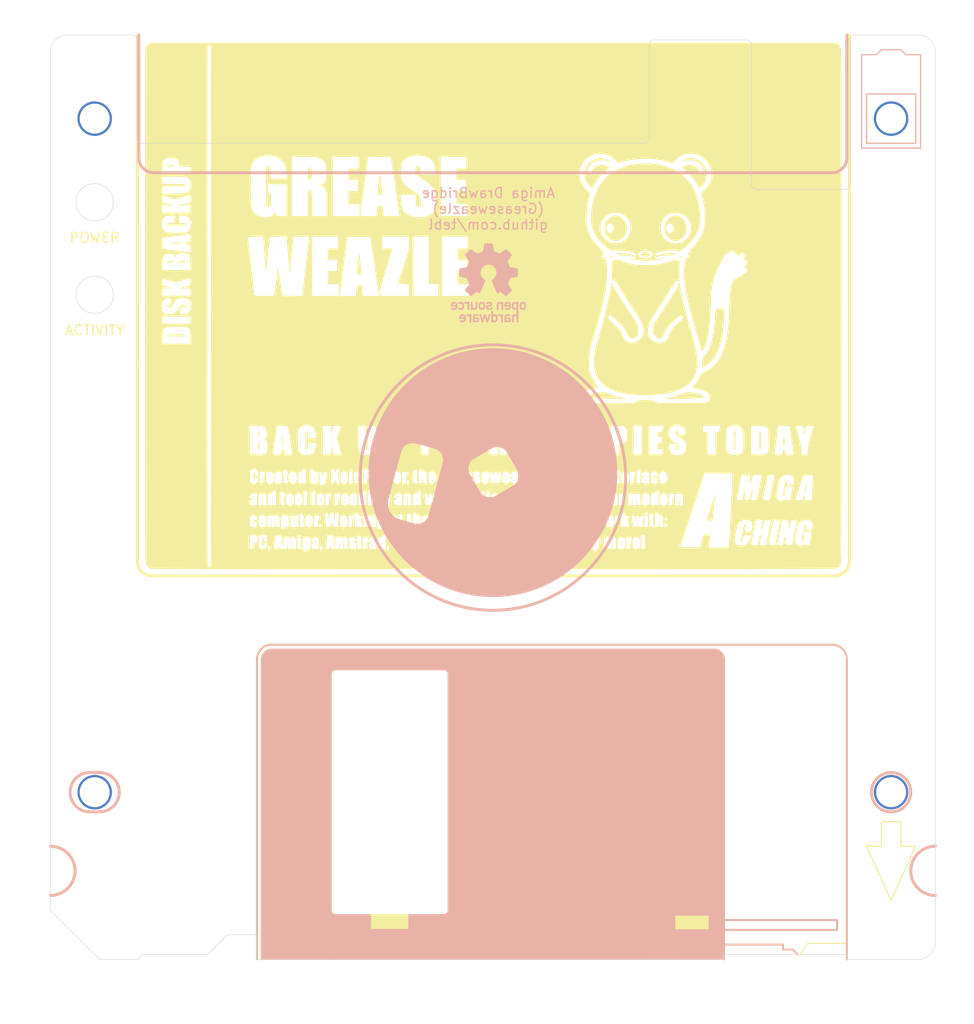
<source format=kicad_pcb>
(kicad_pcb (version 20171130) (host pcbnew "(5.1.8)-1")
  (layers (0 F.Cu signal) (31 B.Cu signal) (34 B.Paste user) (35 F.Paste user) (36 B.SilkS user) (37 F.SilkS user) (38 B.Mask user) (39 F.Mask user) (44 Edge.Cuts user))
  (net 0 "")
  (net 1 GND)
  (module artwork:greaseweazle_label_cropped (layer F.Cu) (at 153.035 82.55)
    (fp_text reference G*** hide)
    (fp_text value LOGO hide)
  )
  (module Symbol:OSHW-Logo_7.5x8mm_SilkScreen (layer B.Cu) (at 152.562 80.2 180)
    (fp_text reference REF** hide)
    (fp_text value OSHW-Logo_7.5x8mm_SilkScreen hide)
  )
  (module mounting:M3_pin (layer F.Cu) (at 112.5 132)
    (fp_text reference M1 hide)
    (fp_text value Mounting hide)
    (pad 1 thru_hole circle (at 0 0) (size 3.5 3.5) (drill 3.048) (layers *.Cu *.Mask))
  )
  (module mounting:M3_pin (layer F.Cu) (at 193.5 132)
    (fp_text reference M2 hide)
    (fp_text value Mounting hide)
    (pad 1 thru_hole circle (at 0 0) (size 3.5 3.5) (drill 3.048) (layers *.Cu *.Mask))
  )
  (module mounting:M3_pin (layer F.Cu) (at 193.5 63.5)
    (fp_text reference M3 hide)
    (fp_text value Mounting hide)
    (pad 1 thru_hole circle (at 0 0) (size 3.5 3.5) (drill 3.048) (layers *.Cu *.Mask))
  )
  (module mounting:M3_pin (layer F.Cu) (at 112.5 63.5)
    (fp_text reference M4 hide)
    (fp_text value Mounting hide)
    (pad 1 thru_hole circle (at 0 0) (size 3.5 3.5) (drill 3.048) (layers *.Cu *.Mask))
  )
  (gr_text 1 (at 171.45 59.69) (layer F.SilkS) (effects (font (size 1 1))))
  (gr_line (start 170.265 60.2) (end 170.265 59.2) (layer F.SilkS) (width 0.12))
  (gr_line (start 169.365 59.7) (end 170.265 60.2) (layer F.SilkS) (width 0.12))
  (gr_line (start 169.365 59.7) (end 170.265 59.2) (layer F.SilkS) (width 0.12))
  (gr_line (start 188.8 70.7) (end 179.8 70.7) (layer Edge.Cuts) (width 0.05))
  (gr_line (start 189.3 55.5) (end 189.3 70.2) (layer Edge.Cuts) (width 0.05))
  (gr_arc (start 188.8 70.2) (end 188.8 70.7) (angle -90) (layer Edge.Cuts) (width 0.05))
  (gr_line (start 179.3 70.2) (end 179.3 56) (layer Edge.Cuts) (width 0.05))
  (gr_arc (start 179.8 70.2) (end 179.3 70.2) (angle -90) (layer Edge.Cuts) (width 0.05))
  (gr_arc (start 178.8 56) (end 179.3 56) (angle -90) (layer Edge.Cuts) (width 0.05))
  (gr_arc (start 169.4 56) (end 169.4 55.5) (angle -90) (layer Edge.Cuts) (width 0.05))
  (gr_line (start 168.9 56) (end 168.9 65.5) (layer Edge.Cuts) (width 0.05))
  (gr_line (start 178.8 55.5) (end 169.4 55.5) (layer Edge.Cuts) (width 0.05))
  (gr_arc (start 168.4 65.5) (end 168.4 66) (angle -90) (layer Edge.Cuts) (width 0.05))
  (gr_arc (start 117.3 65.5) (end 116.8 65.5) (angle -90) (layer Edge.Cuts) (width 0.05))
  (gr_line (start 117.3 66) (end 168.4 66) (layer Edge.Cuts) (width 0.05))
  (gr_circle (center 112.5 81.407) (end 114.4 81.407) (layer Edge.Cuts) (width 0.05))
  (gr_circle (center 112.5 72.009) (end 114.4 72.009) (layer Edge.Cuts) (width 0.05))
  (gr_arc (start 196.3 147.3) (end 196.3 149) (angle -90) (layer Edge.Cuts) (width 0.05))
  (gr_arc (start 196.3 56.7) (end 198 56.7) (angle -90) (layer Edge.Cuts) (width 0.05))
  (gr_text ACTIVITY (at 112.5 85.007) (layer F.SilkS) (effects (font (size 1 1))))
  (gr_text POWER (at 112.5 75.609) (layer F.SilkS) (effects (font (size 1 1))))
  (gr_text "Amiga DrawBridge\n(Greaseweazle)\ngithub.com/tebl" (at 152.527 72.668) (layer B.SilkS) (effects (font (size 1 1)) (justify mirror)))
  (gr_line (start 116.84 88.265) (end 116.84 108.5) (layer F.SilkS) (width 0.3))
  (gr_line (start 196 61) (end 191 61) (layer F.SilkS) (width 0.12))
  (gr_line (start 191 61) (end 191 66) (layer B.SilkS) (width 0.12))
  (gr_line (start 196 61) (end 191 61) (layer B.SilkS) (width 0.12))
  (gr_line (start 196 66) (end 196 61) (layer B.SilkS) (width 0.12))
  (gr_line (start 191 66) (end 191 61) (layer F.SilkS) (width 0.12))
  (gr_line (start 191 66) (end 196 66) (layer B.SilkS) (width 0.12))
  (gr_line (start 196 61) (end 196 66) (layer F.SilkS) (width 0.12))
  (gr_line (start 196 66) (end 191 66) (layer F.SilkS) (width 0.12))
  (gr_poly (pts (xy 155.7 87.3) (xy 157.8 87.9) (xy 159.5 88.8) (xy 161.3 90.1) (xy 162.4 91.3) (xy 163.1 92.1) (xy 163.8 93.2) (xy 164.2 94) (xy 147.1 88.5) (xy 148.4 87.9) (xy 150.3 87.3) (xy 152 87) (xy 153.6 87)) (layer B.SilkS) (width 0.1))
  (gr_poly (pts (xy 150.5 98.7) (xy 150.4 99.1) (xy 150.5 99.4) (xy 150.615185 99.711237) (xy 150.8 100) (xy 147.6 100) (xy 147.953637 98.530233) (xy 148 98.2) (xy 150.8 98.2)) (layer B.SilkS) (width 0.1))
  (gr_poly (pts (xy 164.2 94) (xy 165.1 96.3) (xy 165.5 98.9) (xy 165.3 101.7) (xy 164.8 103.7) (xy 146.530132 103.842824) (xy 146.7 103.2) (xy 147.2 101.4) (xy 147.6 100) (xy 150.8 100) (xy 151.615185 101.443288) (xy 151.9 101.8) (xy 152.3 102) (xy 152.8 102.1) (xy 153.1 102) (xy 153.5 101.8) (xy 155.2 100.8) (xy 155.4 100.6) (xy 155.6 100.3) (xy 155.7 99.8) (xy 155.6 99.4) (xy 155.3 98.8) (xy 154.4 97.3) (xy 154.1 97) (xy 153.5 96.8) (xy 153 96.9) (xy 150.8 98.2) (xy 148 98.2) (xy 147.9 97.7) (xy 147.8 97.5) (xy 147.5 97.2) (xy 147.069753 96.999301) (xy 147.1 88.5)) (layer B.SilkS) (width 0.1))
  (gr_poly (pts (xy 143.2 98.9) (xy 142.312875 102.195177) (xy 142.2 102.7) (xy 142.5 103.6) (xy 142.8 103.9) (xy 143.2 104.2) (xy 143.8 104.4) (xy 144.9 104.7) (xy 145.3 104.8) (xy 145.8 104.7) (xy 146.1 104.5) (xy 146.4 104.2) (xy 146.530132 103.842824) (xy 164.8 103.7) (xy 163.8 105.7) (xy 162.6 107.5) (xy 161.4 108.7) (xy 160 109.9) (xy 158.5 110.7) (xy 157.4 111.2) (xy 155.7 111.7) (xy 154.4 111.9) (xy 152.8 112) (xy 151.2 111.9) (xy 149.7 111.6) (xy 148.1 111) (xy 146.7 110.3) (xy 145.1 109.2) (xy 143.7 107.9) (xy 142.7 106.6) (xy 141.8 105.1) (xy 141.2 103.6) (xy 140.7 102) (xy 140.5 100.6) (xy 140.5 98.9) (xy 140.7 97.4) (xy 143.6 97.4)) (layer B.SilkS) (width 0.1))
  (gr_poly (pts (xy 147.069753 96.999301) (xy 145.3 96.5) (xy 144.8 96.4) (xy 144.2 96.6) (xy 143.8 96.9) (xy 143.60697 97.365549) (xy 143.6 97.4) (xy 140.7 97.4) (xy 141.2 95.4) (xy 141.9 93.8) (xy 142.9 92.2) (xy 143.6 91.3) (xy 145.8 89.3) (xy 147.1 88.5)) (layer B.SilkS) (width 0.1))
  (gr_poly (pts (xy 176 117.6) (xy 176.4 118) (xy 176.5 118.5) (xy 176.5 144.5) (xy 171.5 144.5) (xy 171.5 146) (xy 148.5 146) (xy 148.5 120) (xy 148.7 117.5) (xy 175.5 117.5)) (layer B.SilkS) (width 0.1))
  (gr_poly (pts (xy 148.7 120) (xy 148.5 120) (xy 148.5 119.8) (xy 148.3 119.6) (xy 148 119.5) (xy 136.8 119.5) (xy 136.6 119.7) (xy 136.5 120) (xy 136.5 144.1) (xy 136.7 144.4) (xy 137 144.5) (xy 140.5 144.5) (xy 140.5 146) (xy 144.5 146) (xy 144.5 144.5) (xy 148.2 144.5) (xy 148.4 144.3) (xy 148.5 144) (xy 148.5 146) (xy 175 146) (xy 175 144.5) (xy 176.5 144.5) (xy 176.5 149) (xy 129.5 149) (xy 129.5 118.3) (xy 129.6 118.1) (xy 129.8 117.8) (xy 130.1 117.6) (xy 130.5 117.5) (xy 148.7 117.5)) (layer B.SilkS) (width 0.1))
  (gr_poly (pts (xy 175.9 117.6) (xy 176.2 117.8) (xy 176.4 118.1) (xy 176.5 118.5) (xy 176.5 149) (xy 171.5 149) (xy 171.5 148.5) (xy 168.5 148.5) (xy 168.5 149) (xy 149.5 149) (xy 149.5 117.5) (xy 175.5 117.5)) (layer F.SilkS) (width 0.1))
  (gr_poly (pts (xy 149.5 149) (xy 137 149) (xy 137 144.5) (xy 148 144.5) (xy 148.3 144.4) (xy 148.5 144.2) (xy 148.5 120) (xy 148.4 119.7) (xy 148.2 119.5) (xy 137 119.5) (xy 137 117.5) (xy 149.5 117.5)) (layer F.SilkS) (width 0.1))
  (gr_poly (pts (xy 136.6 144.3) (xy 136.8 144.5) (xy 137 144.5) (xy 137 149) (xy 136.5 149) (xy 136.5 144)) (layer F.SilkS) (width 0.1))
  (gr_poly (pts (xy 137 119.5) (xy 136.8 119.5) (xy 136.6 119.7) (xy 136.5 120) (xy 136.5 117.5) (xy 137 117.5)) (layer F.SilkS) (width 0.1))
  (gr_poly (pts (xy 136.5 119.4) (xy 136.5 120) (xy 136.5 149) (xy 129.5 149) (xy 129.5 118.5) (xy 129.6 118) (xy 130 117.6) (xy 130.5 117.5) (xy 136.5 117.5)) (layer F.SilkS) (width 0.1))
  (gr_line (start 194.5 135) (end 194.5 137.5) (layer F.SilkS) (width 0.12))
  (gr_line (start 192.5 135) (end 194.5 135) (layer F.SilkS) (width 0.12))
  (gr_line (start 192.5 137.5) (end 192.5 135) (layer F.SilkS) (width 0.12))
  (gr_line (start 191 137.5) (end 192.5 137.5) (layer F.SilkS) (width 0.12))
  (gr_line (start 193.5 143) (end 191 137.5) (layer F.SilkS) (width 0.12))
  (gr_line (start 196 137.5) (end 194.5 137.5) (layer F.SilkS) (width 0.12))
  (gr_line (start 193.5 143) (end 196 137.5) (layer F.SilkS) (width 0.12))
  (gr_line (start 143.60697 97.365548) (end 142.312875 102.195177) (layer B.SilkS) (width 0.12))
  (gr_line (start 143.550312 104.338481) (end 144.999201 104.726709) (layer B.SilkS) (width 0.12))
  (gr_arc (start 144.003245 102.64811) (end 142.312875 102.195177) (angle -90) (layer B.SilkS) (width 0.12))
  (gr_arc (start 145.322724 103.519301) (end 144.999201 104.726709) (angle -90) (layer B.SilkS) (width 0.12))
  (gr_line (start 147.069753 96.999302) (end 145.137901 96.481664) (layer B.SilkS) (width 0.12))
  (gr_line (start 146.530132 103.842825) (end 147.953637 98.530233) (layer B.SilkS) (width 0.12))
  (gr_arc (start 146.746229 98.206709) (end 147.953637 98.530233) (angle -90) (layer B.SilkS) (width 0.12))
  (gr_arc (start 144.814378 97.689072) (end 145.137901 96.481664) (angle -90) (layer B.SilkS) (width 0.12))
  (gr_arc (start 154.429767 99.818288) (end 155.054767 100.90082) (angle -90) (layer B.SilkS) (width 0.12))
  (gr_arc (start 152.697716 100.818288) (end 151.615185 101.443288) (angle -90) (layer B.SilkS) (width 0.12))
  (gr_arc (start 151.697716 99.086237) (end 151.072716 98.003705) (angle -90) (layer B.SilkS) (width 0.12))
  (gr_arc (start 153.429767 98.086237) (end 154.512299 97.461237) (angle -90) (layer B.SilkS) (width 0.12))
  (gr_line (start 152.804767 97.003705) (end 151.072716 98.003705) (layer B.SilkS) (width 0.12))
  (gr_line (start 155.512299 99.193288) (end 154.512299 97.461237) (layer B.SilkS) (width 0.12))
  (gr_line (start 153.322716 101.90082) (end 155.054767 100.90082) (layer B.SilkS) (width 0.12))
  (gr_line (start 150.615185 99.711237) (end 151.615185 101.443288) (layer B.SilkS) (width 0.12))
  (gr_circle (center 153 99.5) (end 165.5 99.5) (layer B.SilkS) (width 0.3))
  (gr_circle (center 153 100) (end 166.5 100) (layer B.SilkS) (width 0.3))
  (gr_line (start 194.5 56.5) (end 192.5 56.5) (layer B.SilkS) (width 0.12))
  (gr_line (start 192 57) (end 190.5 57) (layer B.SilkS) (width 0.12))
  (gr_line (start 192.5 56.5) (end 192 57) (layer B.SilkS) (width 0.12))
  (gr_line (start 195 57) (end 196.5 57) (layer B.SilkS) (width 0.12))
  (gr_line (start 194.5 56.5) (end 195 57) (layer B.SilkS) (width 0.12))
  (gr_line (start 196.5 66.5) (end 190.5 66.5) (layer B.SilkS) (width 0.12))
  (gr_line (start 196.5 57) (end 196.5 66.5) (layer B.SilkS) (width 0.12))
  (gr_line (start 190.5 66.5) (end 190.5 57) (layer B.SilkS) (width 0.12))
  (gr_line (start 183.5 148) (end 184 148.5) (layer B.SilkS) (width 0.2))
  (gr_line (start 182.5 148) (end 183.5 148) (layer B.SilkS) (width 0.2))
  (gr_line (start 182.5 147.5) (end 182.5 148) (layer B.SilkS) (width 0.2))
  (gr_line (start 176.5 147.5) (end 182.5 147.5) (layer B.SilkS) (width 0.2))
  (gr_line (start 113 134) (end 112 134) (layer B.SilkS) (width 0.3))
  (gr_line (start 113 130) (end 112 130) (layer B.SilkS) (width 0.3))
  (gr_arc (start 113 132) (end 113 134) (angle -180) (layer B.SilkS) (width 0.3))
  (gr_arc (start 112 132) (end 112 130) (angle -180) (layer B.SilkS) (width 0.3))
  (gr_circle (center 193.5 132) (end 195.5 132) (layer B.SilkS) (width 0.3))
  (gr_arc (start 108 140) (end 108 142.5) (angle -90) (layer B.SilkS) (width 0.3))
  (gr_arc (start 108 140) (end 110.5 140) (angle -90) (layer B.SilkS) (width 0.3))
  (gr_arc (start 198 140) (end 195.5 140) (angle -90) (layer B.SilkS) (width 0.3))
  (gr_arc (start 198 140) (end 198 137.5) (angle -90) (layer B.SilkS) (width 0.3))
  (gr_line (start 188 145) (end 176.5 145) (layer B.SilkS) (width 0.2))
  (gr_line (start 188 146) (end 188 145) (layer B.SilkS) (width 0.2))
  (gr_line (start 176.5 146) (end 188 146) (layer B.SilkS) (width 0.2))
  (gr_line (start 171.5 144.5) (end 175 144.5) (layer B.SilkS) (width 0.12))
  (gr_line (start 171.5 146) (end 171.5 144.5) (layer B.SilkS) (width 0.12))
  (gr_line (start 175 146) (end 171.5 146) (layer B.SilkS) (width 0.12))
  (gr_line (start 175 144.5) (end 175 146) (layer B.SilkS) (width 0.12))
  (gr_line (start 185 147.365) (end 184.2643 148.5011) (layer F.SilkS) (width 0.12))
  (gr_line (start 189 147.365) (end 185 147.365) (layer F.SilkS) (width 0.12))
  (gr_line (start 176.5 148.5) (end 185 148.5) (layer Edge.Cuts) (width 0.05))
  (gr_line (start 176.5 149) (end 176.5 148.5) (layer Edge.Cuts) (width 0.05))
  (gr_line (start 189 149) (end 196.3 149) (layer Edge.Cuts) (width 0.05))
  (gr_line (start 189 148.5) (end 185 148.5) (layer Edge.Cuts) (width 0.05))
  (gr_line (start 189 149) (end 189 148.5) (layer Edge.Cuts) (width 0.05))
  (gr_line (start 148 144.5) (end 144.5 144.5) (layer B.SilkS) (width 0.2))
  (gr_line (start 137 119.5) (end 148 119.5) (layer B.SilkS) (width 0.2))
  (gr_line (start 148.5 120) (end 148.5 144) (layer B.SilkS) (width 0.2))
  (gr_arc (start 148 120) (end 148.5 120) (angle -90) (layer B.SilkS) (width 0.2))
  (gr_line (start 136.5 120) (end 136.5 144) (layer B.SilkS) (width 0.2))
  (gr_arc (start 137 144) (end 136.5 144) (angle -90) (layer B.SilkS) (width 0.2))
  (gr_line (start 137 144.5) (end 140.5 144.5) (layer B.SilkS) (width 0.2))
  (gr_arc (start 137 120) (end 137 119.5) (angle -90) (layer B.SilkS) (width 0.2))
  (gr_arc (start 148 144) (end 148 144.5) (angle -90) (layer B.SilkS) (width 0.2))
  (gr_line (start 140.5 144.5) (end 144.5 144.5) (layer F.SilkS) (width 0.2))
  (gr_line (start 148 144.5) (end 144.5 144.5) (layer F.SilkS) (width 0.2))
  (gr_line (start 140.5 144.5) (end 140.5 146) (layer B.SilkS) (width 0.2))
  (gr_line (start 144.5 144.5) (end 144.5 146) (layer B.SilkS) (width 0.2))
  (gr_line (start 140.5 146) (end 144.5 146) (layer B.SilkS) (width 0.2))
  (gr_arc (start 137 144) (end 136.5 144) (angle -90) (layer F.SilkS) (width 0.2))
  (gr_arc (start 148 144) (end 148 144.5) (angle -90) (layer F.SilkS) (width 0.2))
  (gr_arc (start 148 120) (end 148.5 120) (angle -90) (layer F.SilkS) (width 0.2))
  (gr_arc (start 137 120) (end 137 119.5) (angle -90) (layer F.SilkS) (width 0.2))
  (gr_line (start 137 119.5) (end 148 119.5) (layer F.SilkS) (width 0.2))
  (gr_line (start 137 144.5) (end 140.5 144.5) (layer F.SilkS) (width 0.2))
  (gr_line (start 148.5 120) (end 148.5 144) (layer F.SilkS) (width 0.2))
  (gr_line (start 136.5 120) (end 136.5 144) (layer F.SilkS) (width 0.2))
  (gr_arc (start 130.5 118.5) (end 130.5 117.5) (angle -90) (layer B.SilkS) (width 0.2))
  (gr_arc (start 175.5 118.5) (end 176.5 118.5) (angle -90) (layer B.SilkS) (width 0.2))
  (gr_line (start 129.5 118.5) (end 129.5 149) (layer B.SilkS) (width 0.2))
  (gr_line (start 176.5 118.5) (end 176.5 149) (layer B.SilkS) (width 0.2))
  (gr_line (start 130.5 117.5) (end 175.5 117.5) (layer B.SilkS) (width 0.2))
  (gr_line (start 130.5 117) (end 187.5 117) (layer B.SilkS) (width 0.2))
  (gr_line (start 129 118.5) (end 129 149) (layer B.SilkS) (width 0.2))
  (gr_arc (start 187.5 118.5) (end 189 118.5) (angle -90) (layer B.SilkS) (width 0.2))
  (gr_line (start 189 118.5) (end 189 149) (layer B.SilkS) (width 0.2))
  (gr_arc (start 130.5 118.5) (end 130.5 117) (angle -90) (layer B.SilkS) (width 0.2))
  (gr_line (start 171.5 148.5) (end 168.5 148.5) (layer F.SilkS) (width 0.1))
  (gr_line (start 168.5 148.5) (end 168.5 149) (layer F.SilkS) (width 0.1))
  (gr_line (start 171.5 148.5) (end 171.5 149) (layer F.SilkS) (width 0.1))
  (gr_line (start 176.5 118.5) (end 176.5 149) (layer F.SilkS) (width 0.2))
  (gr_line (start 130.5 117.5) (end 175.5 117.5) (layer F.SilkS) (width 0.2))
  (gr_arc (start 175.5 118.5) (end 176.5 118.5) (angle -90) (layer F.SilkS) (width 0.2))
  (gr_line (start 129.5 118.5) (end 129.5 149) (layer F.SilkS) (width 0.2))
  (gr_arc (start 130.5 118.5) (end 130.5 117.5) (angle -90) (layer F.SilkS) (width 0.2))
  (gr_line (start 189 55) (end 189 67.5) (layer B.SilkS) (width 0.3))
  (gr_line (start 117 55) (end 117 67.5) (layer B.SilkS) (width 0.3))
  (gr_arc (start 118.5 67.5) (end 117 67.5) (angle -90) (layer B.SilkS) (width 0.3))
  (gr_arc (start 187.5 67.5) (end 187.5 69) (angle -90) (layer B.SilkS) (width 0.3))
  (gr_line (start 187.5 69) (end 118.5 69) (layer B.SilkS) (width 0.3))
  (gr_line (start 130.5 117) (end 187.5 117) (layer F.SilkS) (width 0.2))
  (gr_arc (start 130.5 118.5) (end 130.5 117) (angle -90) (layer F.SilkS) (width 0.2))
  (gr_line (start 129 118.5) (end 129 149) (layer F.SilkS) (width 0.2))
  (gr_arc (start 187.5 118.5) (end 189 118.5) (angle -90) (layer F.SilkS) (width 0.2))
  (gr_line (start 189 118.5) (end 189 149) (layer F.SilkS) (width 0.2))
  (gr_arc (start 187.754 108.5) (end 187.754 110) (angle -90) (layer F.SilkS) (width 0.3))
  (gr_arc (start 118.34 108.5) (end 116.84 108.5) (angle -90) (layer F.SilkS) (width 0.3))
  (gr_line (start 187.754 110) (end 118.364 110) (layer F.SilkS) (width 0.3))
  (gr_line (start 189.254 55) (end 189.254 108.5) (layer F.SilkS) (width 0.3))
  (gr_line (start 116.84 55) (end 116.84 88.265) (layer F.SilkS) (width 0.3))
  (gr_line (start 117 149) (end 113 149) (layer Edge.Cuts) (width 0.05))
  (gr_line (start 129 146.5) (end 129 149) (layer Edge.Cuts) (width 0.05))
  (gr_arc (start 117.5 149) (end 117.5 148.5) (angle -90) (layer Edge.Cuts) (width 0.05))
  (gr_line (start 126 146.5) (end 129 146.5) (layer Edge.Cuts) (width 0.05))
  (gr_line (start 124 148.5) (end 126 146.5) (layer Edge.Cuts) (width 0.05))
  (gr_line (start 117.5 148.5) (end 124 148.5) (layer Edge.Cuts) (width 0.05))
  (gr_line (start 113 149) (end 108 144) (layer Edge.Cuts) (width 0.05))
  (gr_arc (start 189.8 55.5) (end 189.8 55) (angle -90) (layer Edge.Cuts) (width 0.05))
  (gr_arc (start 116.3 55.5) (end 116.8 55.5) (angle -90) (layer Edge.Cuts) (width 0.05))
  (gr_line (start 109.7 55) (end 116.3 55) (layer Edge.Cuts) (width 0.05))
  (gr_line (start 116.8 55.5) (end 116.8 65.5) (layer Edge.Cuts) (width 0.05))
  (gr_arc (start 109.7 56.7) (end 109.7 55) (angle -90) (layer Edge.Cuts) (width 0.05))
  (gr_line (start 108 144) (end 108 56.7) (layer Edge.Cuts) (width 0.05))
  (gr_line (start 176.5 149) (end 129 149) (layer Edge.Cuts) (width 0.05))
  (gr_line (start 198 56.7) (end 198 147.3) (layer Edge.Cuts) (width 0.05))
  (gr_line (start 189.8 55) (end 196.3 55) (layer Edge.Cuts) (width 0.05))
)
</source>
